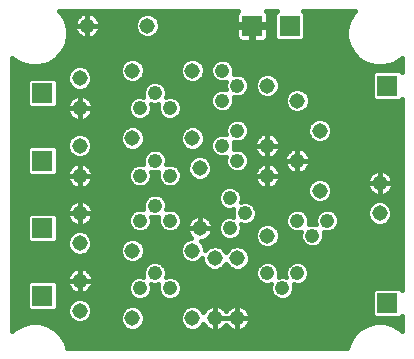
<source format=gtl>
G75*
G70*
%OFA0B0*%
%FSLAX24Y24*%
%IPPOS*%
%LPD*%
%AMOC8*
5,1,8,0,0,1.08239X$1,22.5*
%
%ADD10C,0.0515*%
%ADD11R,0.0709X0.0709*%
%ADD12C,0.0476*%
%ADD13C,0.0160*%
D10*
X002850Y004660D03*
X002850Y005660D03*
X002850Y006910D03*
X002850Y007910D03*
X002850Y009160D03*
X002850Y010160D03*
X002850Y011410D03*
X002850Y012410D03*
X003100Y014160D03*
X004600Y012660D03*
X005100Y014160D03*
X006600Y012660D03*
X006600Y010410D03*
X006850Y009410D03*
X006850Y007410D03*
X006600Y006660D03*
X007350Y006410D03*
X008100Y006410D03*
X009100Y007160D03*
X010850Y008660D03*
X010100Y009660D03*
X010850Y010660D03*
X010100Y011660D03*
X009100Y012160D03*
X009100Y010160D03*
X009100Y009160D03*
X012850Y008910D03*
X012850Y007910D03*
X008100Y004410D03*
X007350Y004410D03*
X006600Y004410D03*
X004600Y004410D03*
X004600Y006660D03*
X004600Y010410D03*
D11*
X001600Y009660D03*
X001600Y007410D03*
X001600Y005160D03*
X001600Y011910D03*
X008600Y014160D03*
X009850Y014160D03*
X013100Y012160D03*
X013100Y004910D03*
D12*
X010600Y007160D03*
X010100Y007660D03*
X011100Y007660D03*
X010100Y005910D03*
X009600Y005410D03*
X009100Y005910D03*
X007850Y007410D03*
X008350Y007910D03*
X007850Y008410D03*
X008100Y009660D03*
X007600Y010160D03*
X008100Y010660D03*
X007600Y011660D03*
X008100Y012160D03*
X007600Y012660D03*
X005850Y011410D03*
X005350Y011910D03*
X004850Y011410D03*
X005350Y009660D03*
X004850Y009160D03*
X005850Y009160D03*
X005350Y008160D03*
X004850Y007660D03*
X005850Y007660D03*
X005350Y005910D03*
X004850Y005410D03*
X005850Y005410D03*
D13*
X002384Y003589D02*
X002432Y003410D01*
X011768Y003410D01*
X011816Y003589D01*
X011962Y003842D01*
X012168Y004048D01*
X012422Y004194D01*
X012704Y004270D01*
X012996Y004270D01*
X013278Y004194D01*
X013532Y004048D01*
X013600Y003980D01*
X013600Y004475D01*
X013521Y004396D01*
X012679Y004396D01*
X012586Y004490D01*
X012586Y005331D01*
X012679Y005425D01*
X013521Y005425D01*
X013600Y005345D01*
X013600Y011725D01*
X013521Y011646D01*
X012679Y011646D01*
X012586Y011740D01*
X012586Y012581D01*
X012679Y012675D01*
X013521Y012675D01*
X013600Y012595D01*
X013600Y013091D01*
X013532Y013022D01*
X013278Y012876D01*
X012996Y012800D01*
X012704Y012800D01*
X012422Y012876D01*
X012168Y013022D01*
X011962Y013229D01*
X011816Y013482D01*
X011740Y013764D01*
X011740Y014056D01*
X011816Y014339D01*
X011962Y014592D01*
X012030Y014660D01*
X010285Y014660D01*
X010364Y014581D01*
X010364Y013740D01*
X010271Y013646D01*
X009429Y013646D01*
X009336Y013740D01*
X009336Y014581D01*
X009415Y014660D01*
X009062Y014660D01*
X009065Y014659D01*
X009098Y014625D01*
X009122Y014584D01*
X009134Y014538D01*
X009134Y014198D01*
X008638Y014198D01*
X008638Y014122D01*
X008638Y013626D01*
X008978Y013626D01*
X009024Y013638D01*
X009065Y013662D01*
X009098Y013695D01*
X009122Y013736D01*
X009134Y013782D01*
X009134Y014122D01*
X008638Y014122D01*
X008562Y014122D01*
X008562Y013626D01*
X008222Y013626D01*
X008176Y013638D01*
X008135Y013662D01*
X008102Y013695D01*
X008078Y013736D01*
X008066Y013782D01*
X008066Y014122D01*
X008562Y014122D01*
X008562Y014198D01*
X008066Y014198D01*
X008066Y014538D01*
X008078Y014584D01*
X008102Y014625D01*
X008135Y014659D01*
X008138Y014660D01*
X002170Y014660D01*
X002238Y014592D01*
X002384Y014339D01*
X002460Y014056D01*
X002460Y013764D01*
X002384Y013482D01*
X002238Y013229D01*
X002032Y013022D01*
X001778Y012876D01*
X001496Y012800D01*
X001204Y012800D01*
X000922Y012876D01*
X000668Y013022D01*
X000600Y013091D01*
X000600Y003980D01*
X000668Y004048D01*
X000922Y004194D01*
X001204Y004270D01*
X001496Y004270D01*
X001778Y004194D01*
X002032Y004048D01*
X002238Y003842D01*
X002384Y003589D01*
X002347Y003654D02*
X011853Y003654D01*
X011791Y003495D02*
X002409Y003495D01*
X002255Y003812D02*
X011945Y003812D01*
X012091Y003971D02*
X002109Y003971D01*
X001891Y004129D02*
X004291Y004129D01*
X004246Y004174D02*
X004183Y004327D01*
X004183Y004493D01*
X004246Y004647D01*
X004364Y004764D01*
X004517Y004828D01*
X004683Y004828D01*
X004836Y004764D01*
X004954Y004647D01*
X005017Y004493D01*
X005017Y004327D01*
X004954Y004174D01*
X004836Y004056D01*
X004683Y003993D01*
X004517Y003993D01*
X004364Y004056D01*
X004246Y004174D01*
X004199Y004288D02*
X003042Y004288D01*
X003086Y004306D02*
X003204Y004424D01*
X003267Y004577D01*
X003267Y004743D01*
X003204Y004897D01*
X003086Y005014D01*
X002933Y005078D01*
X002767Y005078D01*
X002614Y005014D01*
X002496Y004897D01*
X002433Y004743D01*
X002433Y004577D01*
X002496Y004424D01*
X002614Y004306D01*
X002767Y004243D01*
X002933Y004243D01*
X003086Y004306D01*
X003213Y004446D02*
X004183Y004446D01*
X004229Y004605D02*
X003267Y004605D01*
X003259Y004763D02*
X004363Y004763D01*
X004625Y005073D02*
X004513Y005185D01*
X004452Y005331D01*
X004452Y005489D01*
X004513Y005636D01*
X004625Y005747D01*
X004771Y005808D01*
X004929Y005808D01*
X004969Y005792D01*
X004952Y005831D01*
X004952Y005989D01*
X005013Y006136D01*
X005125Y006247D01*
X005271Y006308D01*
X005429Y006308D01*
X005575Y006247D01*
X005687Y006136D01*
X005748Y005989D01*
X005748Y005831D01*
X005731Y005792D01*
X005771Y005808D01*
X005929Y005808D01*
X006075Y005747D01*
X006187Y005636D01*
X006248Y005489D01*
X006248Y005331D01*
X006187Y005185D01*
X006075Y005073D01*
X005929Y005012D01*
X005771Y005012D01*
X005625Y005073D01*
X005513Y005185D01*
X005452Y005331D01*
X005452Y005489D01*
X005469Y005529D01*
X005429Y005512D01*
X005271Y005512D01*
X005231Y005529D01*
X005248Y005489D01*
X005248Y005331D01*
X005187Y005185D01*
X005075Y005073D01*
X004929Y005012D01*
X004771Y005012D01*
X004625Y005073D01*
X004617Y005080D02*
X002114Y005080D01*
X002114Y004922D02*
X002521Y004922D01*
X002441Y004763D02*
X002114Y004763D01*
X002114Y004740D02*
X002021Y004646D01*
X001179Y004646D01*
X001086Y004740D01*
X001086Y005581D01*
X001179Y005675D01*
X002021Y005675D01*
X002114Y005581D01*
X002114Y004740D01*
X002433Y004605D02*
X000600Y004605D01*
X000600Y004763D02*
X001086Y004763D01*
X001086Y004922D02*
X000600Y004922D01*
X000600Y005080D02*
X001086Y005080D01*
X001086Y005239D02*
X000600Y005239D01*
X000600Y005397D02*
X001086Y005397D01*
X001086Y005556D02*
X000600Y005556D01*
X000600Y005714D02*
X002416Y005714D01*
X002413Y005695D02*
X002423Y005763D01*
X002445Y005828D01*
X002476Y005889D01*
X002516Y005945D01*
X002565Y005994D01*
X002621Y006034D01*
X002682Y006066D01*
X002748Y006087D01*
X002816Y006098D01*
X002850Y006098D01*
X002850Y005660D01*
X002850Y005223D01*
X002884Y005223D01*
X002952Y005233D01*
X003018Y005255D01*
X003079Y005286D01*
X003135Y005327D01*
X003184Y005375D01*
X003224Y005431D01*
X003255Y005492D01*
X003277Y005558D01*
X003287Y005626D01*
X003287Y005660D01*
X002850Y005660D01*
X002850Y005660D01*
X002850Y005223D01*
X002816Y005223D01*
X002748Y005233D01*
X002682Y005255D01*
X002621Y005286D01*
X002565Y005327D01*
X002516Y005375D01*
X002476Y005431D01*
X002445Y005492D01*
X002423Y005558D01*
X002413Y005626D01*
X002413Y005660D01*
X002850Y005660D01*
X002850Y005660D01*
X002850Y005660D01*
X002413Y005660D01*
X002413Y005695D01*
X002424Y005556D02*
X002114Y005556D01*
X002114Y005397D02*
X002500Y005397D01*
X002732Y005239D02*
X002114Y005239D01*
X002467Y005873D02*
X000600Y005873D01*
X000600Y006031D02*
X002616Y006031D01*
X002850Y006031D02*
X002850Y006031D01*
X002850Y006098D02*
X002850Y005660D01*
X003287Y005660D01*
X003287Y005695D01*
X003277Y005763D01*
X003255Y005828D01*
X003224Y005889D01*
X003184Y005945D01*
X003135Y005994D01*
X003079Y006034D01*
X003018Y006066D01*
X002952Y006087D01*
X002884Y006098D01*
X002850Y006098D01*
X002850Y005873D02*
X002850Y005873D01*
X002850Y005714D02*
X002850Y005714D01*
X002850Y005660D02*
X002850Y005660D01*
X002850Y005556D02*
X002850Y005556D01*
X002850Y005397D02*
X002850Y005397D01*
X002850Y005239D02*
X002850Y005239D01*
X002968Y005239D02*
X004490Y005239D01*
X004452Y005397D02*
X003200Y005397D01*
X003276Y005556D02*
X004480Y005556D01*
X004591Y005714D02*
X003284Y005714D01*
X003233Y005873D02*
X004952Y005873D01*
X004970Y006031D02*
X003084Y006031D01*
X002933Y006493D02*
X002767Y006493D01*
X002614Y006556D01*
X002496Y006674D01*
X002433Y006827D01*
X002433Y006993D01*
X002496Y007147D01*
X002614Y007264D01*
X002767Y007328D01*
X002933Y007328D01*
X003086Y007264D01*
X003204Y007147D01*
X003267Y006993D01*
X003267Y006827D01*
X003204Y006674D01*
X003086Y006556D01*
X002933Y006493D01*
X002967Y006507D02*
X004212Y006507D01*
X004183Y006577D02*
X004246Y006424D01*
X004364Y006306D01*
X004517Y006243D01*
X004683Y006243D01*
X004836Y006306D01*
X004954Y006424D01*
X005017Y006577D01*
X005017Y006743D01*
X004954Y006897D01*
X004836Y007014D01*
X004683Y007078D01*
X004517Y007078D01*
X004364Y007014D01*
X004246Y006897D01*
X004183Y006743D01*
X004183Y006577D01*
X004183Y006665D02*
X003195Y006665D01*
X003266Y006824D02*
X004216Y006824D01*
X004332Y006982D02*
X003267Y006982D01*
X003206Y007141D02*
X006505Y007141D01*
X006516Y007125D02*
X006564Y007078D01*
X006517Y007078D01*
X006364Y007014D01*
X006246Y006897D01*
X006183Y006743D01*
X006183Y006577D01*
X006246Y006424D01*
X006364Y006306D01*
X006517Y006243D01*
X006683Y006243D01*
X006836Y006306D01*
X006933Y006402D01*
X006933Y006327D01*
X006996Y006174D01*
X007114Y006056D01*
X007267Y005993D01*
X007433Y005993D01*
X007586Y006056D01*
X007704Y006174D01*
X007725Y006225D01*
X007746Y006174D01*
X007864Y006056D01*
X008017Y005993D01*
X008183Y005993D01*
X008336Y006056D01*
X008454Y006174D01*
X008517Y006327D01*
X008517Y006493D01*
X008454Y006647D01*
X008336Y006764D01*
X008183Y006828D01*
X008017Y006828D01*
X007864Y006764D01*
X007746Y006647D01*
X007725Y006596D01*
X007704Y006647D01*
X007586Y006764D01*
X007433Y006828D01*
X007267Y006828D01*
X007114Y006764D01*
X007017Y006668D01*
X007017Y006743D01*
X006954Y006897D01*
X006878Y006973D01*
X006884Y006973D01*
X006952Y006983D01*
X007018Y007005D01*
X007079Y007036D01*
X007135Y007077D01*
X007184Y007125D01*
X007224Y007181D01*
X007255Y007242D01*
X007277Y007308D01*
X007287Y007376D01*
X007287Y007410D01*
X006850Y007410D01*
X006850Y007410D01*
X006413Y007410D01*
X006413Y007376D01*
X006423Y007308D01*
X006445Y007242D01*
X006476Y007181D01*
X006516Y007125D01*
X006426Y007299D02*
X006018Y007299D01*
X006075Y007323D02*
X006187Y007435D01*
X006248Y007581D01*
X006248Y007739D01*
X006187Y007886D01*
X006075Y007997D01*
X005929Y008058D01*
X005771Y008058D01*
X005731Y008042D01*
X005748Y008081D01*
X005748Y008239D01*
X005687Y008386D01*
X005575Y008497D01*
X005429Y008558D01*
X005271Y008558D01*
X005125Y008497D01*
X005013Y008386D01*
X004952Y008239D01*
X004952Y008081D01*
X004969Y008042D01*
X004929Y008058D01*
X004771Y008058D01*
X004625Y007997D01*
X004513Y007886D01*
X004452Y007739D01*
X004452Y007581D01*
X004513Y007435D01*
X004625Y007323D01*
X004771Y007262D01*
X004929Y007262D01*
X005075Y007323D01*
X005187Y007435D01*
X005248Y007581D01*
X005248Y007739D01*
X005231Y007779D01*
X005271Y007762D01*
X005429Y007762D01*
X005469Y007779D01*
X005452Y007739D01*
X005452Y007581D01*
X005513Y007435D01*
X005625Y007323D01*
X005771Y007262D01*
X005929Y007262D01*
X006075Y007323D01*
X006197Y007458D02*
X006415Y007458D01*
X006413Y007445D02*
X006413Y007410D01*
X006850Y007410D01*
X006850Y007410D01*
X007287Y007410D01*
X007287Y007445D01*
X007277Y007513D01*
X007255Y007578D01*
X007224Y007639D01*
X007184Y007695D01*
X007135Y007744D01*
X007079Y007784D01*
X007018Y007816D01*
X006952Y007837D01*
X006884Y007848D01*
X006850Y007848D01*
X006816Y007848D01*
X006748Y007837D01*
X006682Y007816D01*
X006621Y007784D01*
X006565Y007744D01*
X006516Y007695D01*
X006476Y007639D01*
X006445Y007578D01*
X006423Y007513D01*
X006413Y007445D01*
X006464Y007616D02*
X006248Y007616D01*
X006233Y007775D02*
X006607Y007775D01*
X006850Y007775D02*
X006850Y007775D01*
X006850Y007848D02*
X006850Y007410D01*
X006850Y007848D01*
X007093Y007775D02*
X007691Y007775D01*
X007625Y007747D02*
X007771Y007808D01*
X007929Y007808D01*
X007969Y007792D01*
X007952Y007831D01*
X007952Y007989D01*
X007969Y008029D01*
X007929Y008012D01*
X007771Y008012D01*
X007625Y008073D01*
X007513Y008185D01*
X007452Y008331D01*
X007452Y008489D01*
X007513Y008636D01*
X007625Y008747D01*
X007771Y008808D01*
X007929Y008808D01*
X008075Y008747D01*
X008187Y008636D01*
X008248Y008489D01*
X008248Y008331D01*
X008231Y008292D01*
X008271Y008308D01*
X008429Y008308D01*
X008575Y008247D01*
X008687Y008136D01*
X008748Y007989D01*
X008748Y007831D01*
X008687Y007685D01*
X008575Y007573D01*
X008429Y007512D01*
X008271Y007512D01*
X008231Y007529D01*
X008248Y007489D01*
X008248Y007331D01*
X008187Y007185D01*
X008075Y007073D01*
X007929Y007012D01*
X007771Y007012D01*
X007625Y007073D01*
X007513Y007185D01*
X007452Y007331D01*
X007452Y007489D01*
X007513Y007636D01*
X007625Y007747D01*
X007505Y007616D02*
X007236Y007616D01*
X007285Y007458D02*
X007452Y007458D01*
X007465Y007299D02*
X007274Y007299D01*
X007195Y007141D02*
X007557Y007141D01*
X007443Y006824D02*
X008007Y006824D01*
X008193Y006824D02*
X008846Y006824D01*
X008864Y006806D02*
X009017Y006743D01*
X009183Y006743D01*
X009336Y006806D01*
X009454Y006924D01*
X009517Y007077D01*
X009517Y007243D01*
X009454Y007397D01*
X009336Y007514D01*
X009183Y007578D01*
X009017Y007578D01*
X008864Y007514D01*
X008746Y007397D01*
X008683Y007243D01*
X008683Y007077D01*
X008746Y006924D01*
X008864Y006806D01*
X008722Y006982D02*
X006944Y006982D01*
X006984Y006824D02*
X007257Y006824D01*
X007685Y006665D02*
X007765Y006665D01*
X007739Y006190D02*
X007711Y006190D01*
X007526Y006031D02*
X007924Y006031D01*
X008276Y006031D02*
X008720Y006031D01*
X008702Y005989D02*
X008702Y005831D01*
X008763Y005685D01*
X008875Y005573D01*
X009021Y005512D01*
X009179Y005512D01*
X009219Y005529D01*
X009202Y005489D01*
X009202Y005331D01*
X009263Y005185D01*
X009375Y005073D01*
X009521Y005012D01*
X009679Y005012D01*
X009825Y005073D01*
X009937Y005185D01*
X009998Y005331D01*
X009998Y005489D01*
X009981Y005529D01*
X010021Y005512D01*
X010179Y005512D01*
X010325Y005573D01*
X010437Y005685D01*
X010498Y005831D01*
X010498Y005989D01*
X010437Y006136D01*
X010325Y006247D01*
X010179Y006308D01*
X010021Y006308D01*
X009875Y006247D01*
X009763Y006136D01*
X009702Y005989D01*
X009702Y005831D01*
X009719Y005792D01*
X009679Y005808D01*
X009521Y005808D01*
X009481Y005792D01*
X009498Y005831D01*
X009498Y005989D01*
X009437Y006136D01*
X009325Y006247D01*
X009179Y006308D01*
X009021Y006308D01*
X008875Y006247D01*
X008763Y006136D01*
X008702Y005989D01*
X008702Y005873D02*
X005748Y005873D01*
X005730Y006031D02*
X007174Y006031D01*
X006989Y006190D02*
X005633Y006190D01*
X005067Y006190D02*
X000600Y006190D01*
X000600Y006348D02*
X004322Y006348D01*
X004878Y006348D02*
X006322Y006348D01*
X006212Y006507D02*
X004988Y006507D01*
X005017Y006665D02*
X006183Y006665D01*
X006216Y006824D02*
X004984Y006824D01*
X004868Y006982D02*
X006332Y006982D01*
X006850Y007410D02*
X006850Y007410D01*
X006850Y007458D02*
X006850Y007458D01*
X006850Y007616D02*
X006850Y007616D01*
X006140Y007933D02*
X007952Y007933D01*
X007606Y008092D02*
X005748Y008092D01*
X005743Y008250D02*
X007486Y008250D01*
X007452Y008409D02*
X005664Y008409D01*
X005771Y008762D02*
X005625Y008823D01*
X005513Y008935D01*
X005452Y009081D01*
X005452Y009239D01*
X005469Y009279D01*
X005429Y009262D01*
X005271Y009262D01*
X005231Y009279D01*
X005248Y009239D01*
X005248Y009081D01*
X005187Y008935D01*
X005075Y008823D01*
X004929Y008762D01*
X004771Y008762D01*
X004625Y008823D01*
X004513Y008935D01*
X004452Y009081D01*
X004452Y009239D01*
X004513Y009386D01*
X004625Y009497D01*
X004771Y009558D01*
X004929Y009558D01*
X004969Y009542D01*
X004952Y009581D01*
X004952Y009739D01*
X005013Y009886D01*
X005125Y009997D01*
X005271Y010058D01*
X005429Y010058D01*
X005575Y009997D01*
X005687Y009886D01*
X005748Y009739D01*
X005748Y009581D01*
X005731Y009542D01*
X005771Y009558D01*
X005929Y009558D01*
X006075Y009497D01*
X006187Y009386D01*
X006248Y009239D01*
X006248Y009081D01*
X006187Y008935D01*
X006075Y008823D01*
X005929Y008762D01*
X005771Y008762D01*
X005563Y008884D02*
X005137Y008884D01*
X005232Y009043D02*
X005468Y009043D01*
X005452Y009201D02*
X005248Y009201D01*
X004952Y009677D02*
X002114Y009677D01*
X002114Y009835D02*
X002585Y009835D01*
X002614Y009806D02*
X002767Y009743D01*
X002933Y009743D01*
X003086Y009806D01*
X003204Y009924D01*
X003267Y010077D01*
X003267Y010243D01*
X003204Y010397D01*
X003086Y010514D01*
X002933Y010578D01*
X002767Y010578D01*
X002614Y010514D01*
X002496Y010397D01*
X002433Y010243D01*
X002433Y010077D01*
X002496Y009924D01*
X002614Y009806D01*
X002467Y009994D02*
X002114Y009994D01*
X002114Y010081D02*
X002021Y010175D01*
X001179Y010175D01*
X001086Y010081D01*
X001086Y009240D01*
X001179Y009146D01*
X002021Y009146D01*
X002114Y009240D01*
X002114Y010081D01*
X002043Y010152D02*
X002433Y010152D01*
X002460Y010311D02*
X000600Y010311D01*
X000600Y010469D02*
X002569Y010469D01*
X002748Y010983D02*
X002816Y010973D01*
X002850Y010973D01*
X002884Y010973D01*
X002952Y010983D01*
X003018Y011005D01*
X003079Y011036D01*
X003135Y011077D01*
X003184Y011125D01*
X003224Y011181D01*
X003255Y011242D01*
X003277Y011308D01*
X003287Y011376D01*
X003287Y011410D01*
X002850Y011410D01*
X002850Y010973D01*
X002850Y011410D01*
X002850Y011410D01*
X002413Y011410D01*
X002413Y011376D01*
X002423Y011308D01*
X002445Y011242D01*
X002476Y011181D01*
X002516Y011125D01*
X002565Y011077D01*
X002621Y011036D01*
X002682Y011005D01*
X002748Y010983D01*
X002850Y011103D02*
X002850Y011103D01*
X002850Y011262D02*
X002850Y011262D01*
X002850Y011410D02*
X002850Y011410D01*
X002850Y011410D01*
X002413Y011410D01*
X002413Y011445D01*
X002423Y011513D01*
X002445Y011578D01*
X002476Y011639D01*
X002516Y011695D01*
X002565Y011744D01*
X002621Y011784D01*
X002682Y011816D01*
X002748Y011837D01*
X002816Y011848D01*
X002850Y011848D01*
X002850Y011410D01*
X003287Y011410D01*
X003287Y011445D01*
X003277Y011513D01*
X003255Y011578D01*
X003224Y011639D01*
X003184Y011695D01*
X003135Y011744D01*
X003079Y011784D01*
X003018Y011816D01*
X002952Y011837D01*
X002884Y011848D01*
X002850Y011848D01*
X002850Y011410D01*
X002850Y011410D01*
X002850Y011420D02*
X002850Y011420D01*
X002850Y011579D02*
X002850Y011579D01*
X002850Y011737D02*
X002850Y011737D01*
X002767Y011993D02*
X002933Y011993D01*
X003086Y012056D01*
X003204Y012174D01*
X003267Y012327D01*
X003267Y012493D01*
X003204Y012647D01*
X003086Y012764D01*
X002933Y012828D01*
X002767Y012828D01*
X002614Y012764D01*
X002496Y012647D01*
X002433Y012493D01*
X002433Y012327D01*
X002496Y012174D01*
X002614Y012056D01*
X002767Y011993D01*
X002618Y012054D02*
X002114Y012054D01*
X002114Y011896D02*
X004952Y011896D01*
X004952Y011831D02*
X004969Y011792D01*
X004929Y011808D01*
X004771Y011808D01*
X004625Y011747D01*
X004513Y011636D01*
X004452Y011489D01*
X004452Y011331D01*
X004513Y011185D01*
X004625Y011073D01*
X004771Y011012D01*
X004929Y011012D01*
X005075Y011073D01*
X005187Y011185D01*
X005248Y011331D01*
X005248Y011489D01*
X005231Y011529D01*
X005271Y011512D01*
X005429Y011512D01*
X005469Y011529D01*
X005452Y011489D01*
X005452Y011331D01*
X005513Y011185D01*
X005625Y011073D01*
X005771Y011012D01*
X005929Y011012D01*
X006075Y011073D01*
X006187Y011185D01*
X006248Y011331D01*
X006248Y011489D01*
X006187Y011636D01*
X006075Y011747D01*
X005929Y011808D01*
X005771Y011808D01*
X005731Y011792D01*
X005748Y011831D01*
X005748Y011989D01*
X005687Y012136D01*
X005575Y012247D01*
X005429Y012308D01*
X005271Y012308D01*
X005125Y012247D01*
X005013Y012136D01*
X004952Y011989D01*
X004952Y011831D01*
X004979Y012054D02*
X003082Y012054D01*
X003220Y012213D02*
X005090Y012213D01*
X004901Y012371D02*
X006299Y012371D01*
X006246Y012424D02*
X006364Y012306D01*
X006517Y012243D01*
X006683Y012243D01*
X006836Y012306D01*
X006954Y012424D01*
X007017Y012577D01*
X007017Y012743D01*
X006954Y012897D01*
X006836Y013014D01*
X006683Y013078D01*
X006517Y013078D01*
X006364Y013014D01*
X006246Y012897D01*
X006183Y012743D01*
X006183Y012577D01*
X006246Y012424D01*
X006202Y012530D02*
X004998Y012530D01*
X005017Y012577D02*
X004954Y012424D01*
X004836Y012306D01*
X004683Y012243D01*
X004517Y012243D01*
X004364Y012306D01*
X004246Y012424D01*
X004183Y012577D01*
X004183Y012743D01*
X004246Y012897D01*
X004364Y013014D01*
X004517Y013078D01*
X004683Y013078D01*
X004836Y013014D01*
X004954Y012897D01*
X005017Y012743D01*
X005017Y012577D01*
X005017Y012688D02*
X006183Y012688D01*
X006225Y012847D02*
X004975Y012847D01*
X004845Y013005D02*
X006355Y013005D01*
X006845Y013005D02*
X007393Y013005D01*
X007375Y012997D02*
X007521Y013058D01*
X007679Y013058D01*
X007825Y012997D01*
X007937Y012886D01*
X007998Y012739D01*
X007998Y012581D01*
X007981Y012542D01*
X008021Y012558D01*
X008179Y012558D01*
X008325Y012497D01*
X008437Y012386D01*
X008498Y012239D01*
X008498Y012081D01*
X008437Y011935D01*
X008325Y011823D01*
X008179Y011762D01*
X008021Y011762D01*
X007981Y011779D01*
X007998Y011739D01*
X007998Y011581D01*
X007937Y011435D01*
X007825Y011323D01*
X007679Y011262D01*
X007521Y011262D01*
X007375Y011323D01*
X007263Y011435D01*
X007202Y011581D01*
X007202Y011739D01*
X007263Y011886D01*
X007375Y011997D01*
X007521Y012058D01*
X007679Y012058D01*
X007719Y012042D01*
X007702Y012081D01*
X007702Y012239D01*
X007719Y012279D01*
X007679Y012262D01*
X007521Y012262D01*
X007375Y012323D01*
X007263Y012435D01*
X007202Y012581D01*
X007202Y012739D01*
X007263Y012886D01*
X007375Y012997D01*
X007247Y012847D02*
X006975Y012847D01*
X007017Y012688D02*
X007202Y012688D01*
X007223Y012530D02*
X006998Y012530D01*
X006901Y012371D02*
X007326Y012371D01*
X007512Y012054D02*
X005721Y012054D01*
X005748Y011896D02*
X007273Y011896D01*
X007202Y011737D02*
X006086Y011737D01*
X006211Y011579D02*
X007203Y011579D01*
X007277Y011420D02*
X006248Y011420D01*
X006219Y011262D02*
X009971Y011262D01*
X010017Y011243D02*
X010183Y011243D01*
X010336Y011306D01*
X010454Y011424D01*
X010517Y011577D01*
X010517Y011743D01*
X010454Y011897D01*
X010336Y012014D01*
X010183Y012078D01*
X010017Y012078D01*
X009864Y012014D01*
X009746Y011897D01*
X009683Y011743D01*
X009683Y011577D01*
X009746Y011424D01*
X009864Y011306D01*
X010017Y011243D01*
X010229Y011262D02*
X013600Y011262D01*
X013600Y011420D02*
X010450Y011420D01*
X010517Y011579D02*
X013600Y011579D01*
X013600Y011103D02*
X006106Y011103D01*
X006364Y010764D02*
X006246Y010647D01*
X006183Y010493D01*
X006183Y010327D01*
X006246Y010174D01*
X006364Y010056D01*
X006517Y009993D01*
X006683Y009993D01*
X006836Y010056D01*
X006954Y010174D01*
X007017Y010327D01*
X007017Y010493D01*
X006954Y010647D01*
X006836Y010764D01*
X006683Y010828D01*
X006517Y010828D01*
X006364Y010764D01*
X006417Y010786D02*
X004783Y010786D01*
X004836Y010764D02*
X004954Y010647D01*
X005017Y010493D01*
X005017Y010327D01*
X004954Y010174D01*
X004836Y010056D01*
X004683Y009993D01*
X004517Y009993D01*
X004364Y010056D01*
X004246Y010174D01*
X004183Y010327D01*
X004183Y010493D01*
X004246Y010647D01*
X004364Y010764D01*
X004517Y010828D01*
X004683Y010828D01*
X004836Y010764D01*
X004962Y010628D02*
X006238Y010628D01*
X006183Y010469D02*
X005017Y010469D01*
X005011Y010311D02*
X006189Y010311D01*
X006268Y010152D02*
X004932Y010152D01*
X005121Y009994D02*
X004685Y009994D01*
X004515Y009994D02*
X003233Y009994D01*
X003267Y010152D02*
X004268Y010152D01*
X004189Y010311D02*
X003240Y010311D01*
X003131Y010469D02*
X004183Y010469D01*
X004238Y010628D02*
X000600Y010628D01*
X000600Y010786D02*
X004417Y010786D01*
X004594Y011103D02*
X003162Y011103D01*
X003262Y011262D02*
X004481Y011262D01*
X004452Y011420D02*
X003287Y011420D01*
X003255Y011579D02*
X004489Y011579D01*
X004614Y011737D02*
X003142Y011737D01*
X002558Y011737D02*
X002114Y011737D01*
X002114Y011579D02*
X002445Y011579D01*
X002413Y011420D02*
X002045Y011420D01*
X002021Y011396D02*
X002114Y011490D01*
X002114Y012331D01*
X002021Y012425D01*
X001179Y012425D01*
X001086Y012331D01*
X001086Y011490D01*
X001179Y011396D01*
X002021Y011396D01*
X002438Y011262D02*
X000600Y011262D01*
X000600Y011420D02*
X001155Y011420D01*
X001086Y011579D02*
X000600Y011579D01*
X000600Y011737D02*
X001086Y011737D01*
X001086Y011896D02*
X000600Y011896D01*
X000600Y012054D02*
X001086Y012054D01*
X001086Y012213D02*
X000600Y012213D01*
X000600Y012371D02*
X001126Y012371D01*
X001031Y012847D02*
X000600Y012847D01*
X000600Y013005D02*
X000698Y013005D01*
X000600Y012688D02*
X002538Y012688D01*
X002448Y012530D02*
X000600Y012530D01*
X001669Y012847D02*
X004225Y012847D01*
X004183Y012688D02*
X003162Y012688D01*
X003252Y012530D02*
X004202Y012530D01*
X004299Y012371D02*
X003267Y012371D01*
X002480Y012213D02*
X002114Y012213D01*
X002074Y012371D02*
X002433Y012371D01*
X002002Y013005D02*
X004355Y013005D01*
X004864Y013806D02*
X005017Y013743D01*
X005183Y013743D01*
X005336Y013806D01*
X005454Y013924D01*
X005517Y014077D01*
X005517Y014243D01*
X005454Y014397D01*
X005336Y014514D01*
X005183Y014578D01*
X005017Y014578D01*
X004864Y014514D01*
X004746Y014397D01*
X004683Y014243D01*
X004683Y014077D01*
X004746Y013924D01*
X004864Y013806D01*
X004884Y013798D02*
X003345Y013798D01*
X003329Y013786D02*
X003385Y013827D01*
X003434Y013875D01*
X003474Y013931D01*
X003505Y013992D01*
X003527Y014058D01*
X003537Y014126D01*
X003537Y014160D01*
X003100Y014160D01*
X003100Y013723D01*
X003134Y013723D01*
X003202Y013733D01*
X003268Y013755D01*
X003329Y013786D01*
X003487Y013956D02*
X004733Y013956D01*
X004683Y014115D02*
X003536Y014115D01*
X003537Y014160D02*
X003537Y014195D01*
X003527Y014263D01*
X003505Y014328D01*
X003474Y014389D01*
X003434Y014445D01*
X003385Y014494D01*
X003329Y014534D01*
X003268Y014566D01*
X003202Y014587D01*
X003134Y014598D01*
X003100Y014598D01*
X003066Y014598D01*
X002998Y014587D01*
X002932Y014566D01*
X002871Y014534D01*
X002815Y014494D01*
X002766Y014445D01*
X002726Y014389D01*
X002695Y014328D01*
X002673Y014263D01*
X002663Y014195D01*
X002663Y014160D01*
X002663Y014126D01*
X002673Y014058D01*
X002695Y013992D01*
X002726Y013931D01*
X002766Y013875D01*
X002815Y013827D01*
X002871Y013786D01*
X002932Y013755D01*
X002998Y013733D01*
X003066Y013723D01*
X003100Y013723D01*
X003100Y014160D01*
X003100Y014160D01*
X003100Y014160D01*
X002663Y014160D01*
X003100Y014160D01*
X003100Y014160D01*
X003537Y014160D01*
X003523Y014273D02*
X004695Y014273D01*
X004781Y014432D02*
X003443Y014432D01*
X003182Y014590D02*
X008082Y014590D01*
X008066Y014432D02*
X005419Y014432D01*
X005505Y014273D02*
X008066Y014273D01*
X008066Y014115D02*
X005517Y014115D01*
X005467Y013956D02*
X008066Y013956D01*
X008066Y013798D02*
X005316Y013798D01*
X005610Y012213D02*
X007702Y012213D01*
X007688Y012054D02*
X007713Y012054D01*
X007998Y011737D02*
X009683Y011737D01*
X009683Y011579D02*
X007997Y011579D01*
X007923Y011420D02*
X009750Y011420D01*
X009746Y011896D02*
X009426Y011896D01*
X009454Y011924D02*
X009517Y012077D01*
X009517Y012243D01*
X009454Y012397D01*
X009336Y012514D01*
X009183Y012578D01*
X009017Y012578D01*
X008864Y012514D01*
X008746Y012397D01*
X008683Y012243D01*
X008683Y012077D01*
X008746Y011924D01*
X008864Y011806D01*
X009017Y011743D01*
X009183Y011743D01*
X009336Y011806D01*
X009454Y011924D01*
X009508Y012054D02*
X009960Y012054D01*
X010240Y012054D02*
X012586Y012054D01*
X012586Y011896D02*
X010454Y011896D01*
X010517Y011737D02*
X012588Y011737D01*
X012586Y012213D02*
X009517Y012213D01*
X009464Y012371D02*
X012586Y012371D01*
X012586Y012530D02*
X009299Y012530D01*
X008901Y012530D02*
X008247Y012530D01*
X008443Y012371D02*
X008736Y012371D01*
X008683Y012213D02*
X008498Y012213D01*
X008487Y012054D02*
X008692Y012054D01*
X008774Y011896D02*
X008398Y011896D01*
X008179Y011058D02*
X008021Y011058D01*
X007875Y010997D01*
X007763Y010886D01*
X007702Y010739D01*
X007702Y010581D01*
X007719Y010542D01*
X007679Y010558D01*
X007521Y010558D01*
X007375Y010497D01*
X007263Y010386D01*
X007202Y010239D01*
X007202Y010081D01*
X007263Y009935D01*
X007375Y009823D01*
X007521Y009762D01*
X007679Y009762D01*
X007719Y009779D01*
X007702Y009739D01*
X007702Y009581D01*
X007763Y009435D01*
X007875Y009323D01*
X008021Y009262D01*
X008179Y009262D01*
X008325Y009323D01*
X008437Y009435D01*
X008498Y009581D01*
X008498Y009739D01*
X008437Y009886D01*
X008325Y009997D01*
X008179Y010058D01*
X008021Y010058D01*
X007981Y010042D01*
X007998Y010081D01*
X007998Y010239D01*
X007981Y010279D01*
X008021Y010262D01*
X008179Y010262D01*
X008325Y010323D01*
X008437Y010435D01*
X008498Y010581D01*
X008498Y010739D01*
X008437Y010886D01*
X008325Y010997D01*
X008179Y011058D01*
X008378Y010945D02*
X010544Y010945D01*
X010496Y010897D02*
X010433Y010743D01*
X010433Y010577D01*
X010496Y010424D01*
X010614Y010306D01*
X010767Y010243D01*
X010933Y010243D01*
X011086Y010306D01*
X011204Y010424D01*
X011267Y010577D01*
X011267Y010743D01*
X011204Y010897D01*
X011086Y011014D01*
X010933Y011078D01*
X010767Y011078D01*
X010614Y011014D01*
X010496Y010897D01*
X010450Y010786D02*
X008478Y010786D01*
X008498Y010628D02*
X010433Y010628D01*
X010477Y010469D02*
X009410Y010469D01*
X009434Y010445D02*
X009385Y010494D01*
X009329Y010534D01*
X009268Y010566D01*
X009202Y010587D01*
X009134Y010598D01*
X009100Y010598D01*
X009066Y010598D01*
X008998Y010587D01*
X008932Y010566D01*
X008871Y010534D01*
X008815Y010494D01*
X008766Y010445D01*
X008726Y010389D01*
X008695Y010328D01*
X008673Y010263D01*
X008663Y010195D01*
X008663Y010160D01*
X008663Y010126D01*
X008673Y010058D01*
X008695Y009992D01*
X008726Y009931D01*
X008766Y009875D01*
X008815Y009827D01*
X008871Y009786D01*
X008932Y009755D01*
X008998Y009733D01*
X009066Y009723D01*
X009100Y009723D01*
X009134Y009723D01*
X009202Y009733D01*
X009268Y009755D01*
X009329Y009786D01*
X009385Y009827D01*
X009434Y009875D01*
X009474Y009931D01*
X009505Y009992D01*
X009527Y010058D01*
X009537Y010126D01*
X009537Y010160D01*
X009100Y010160D01*
X009100Y009723D01*
X009100Y010160D01*
X009100Y010160D01*
X008663Y010160D01*
X009100Y010160D01*
X009100Y010160D01*
X009100Y010160D01*
X009537Y010160D01*
X009537Y010195D01*
X009527Y010263D01*
X009505Y010328D01*
X009474Y010389D01*
X009434Y010445D01*
X009511Y010311D02*
X010609Y010311D01*
X010385Y009994D02*
X010329Y010034D01*
X010268Y010066D01*
X010202Y010087D01*
X010134Y010098D01*
X010100Y010098D01*
X010066Y010098D01*
X009998Y010087D01*
X009932Y010066D01*
X009871Y010034D01*
X009815Y009994D01*
X009766Y009945D01*
X009726Y009889D01*
X009695Y009828D01*
X009673Y009763D01*
X009663Y009695D01*
X009663Y009660D01*
X009663Y009626D01*
X009673Y009558D01*
X009695Y009492D01*
X009726Y009431D01*
X009766Y009375D01*
X009815Y009327D01*
X009871Y009286D01*
X009932Y009255D01*
X009998Y009233D01*
X010066Y009223D01*
X010100Y009223D01*
X010134Y009223D01*
X010202Y009233D01*
X010268Y009255D01*
X010329Y009286D01*
X010385Y009327D01*
X010434Y009375D01*
X010474Y009431D01*
X010505Y009492D01*
X010527Y009558D01*
X010537Y009626D01*
X010537Y009660D01*
X010100Y009660D01*
X010100Y009223D01*
X010100Y009660D01*
X010100Y009660D01*
X009663Y009660D01*
X010100Y009660D01*
X010100Y009660D01*
X010100Y009660D01*
X010537Y009660D01*
X010537Y009695D01*
X010527Y009763D01*
X010505Y009828D01*
X010474Y009889D01*
X010434Y009945D01*
X010385Y009994D01*
X013600Y009994D01*
X013600Y010152D02*
X009537Y010152D01*
X009506Y009994D02*
X009815Y009994D01*
X009698Y009835D02*
X009394Y009835D01*
X009100Y009835D02*
X009100Y009835D01*
X009100Y009994D02*
X009100Y009994D01*
X009100Y010152D02*
X009100Y010152D01*
X009100Y010160D02*
X009100Y010598D01*
X009100Y010160D01*
X009100Y010160D01*
X009100Y010311D02*
X009100Y010311D01*
X009100Y010469D02*
X009100Y010469D01*
X008790Y010469D02*
X008451Y010469D01*
X008296Y010311D02*
X008689Y010311D01*
X008663Y010152D02*
X007998Y010152D01*
X008329Y009994D02*
X008694Y009994D01*
X008806Y009835D02*
X008458Y009835D01*
X008498Y009677D02*
X009663Y009677D01*
X009686Y009518D02*
X009352Y009518D01*
X009329Y009534D02*
X009268Y009566D01*
X009202Y009587D01*
X009134Y009598D01*
X009100Y009598D01*
X009066Y009598D01*
X008998Y009587D01*
X008932Y009566D01*
X008871Y009534D01*
X008815Y009494D01*
X008766Y009445D01*
X008726Y009389D01*
X008695Y009328D01*
X008673Y009263D01*
X008663Y009195D01*
X008663Y009160D01*
X008663Y009126D01*
X008673Y009058D01*
X008695Y008992D01*
X008726Y008931D01*
X008766Y008875D01*
X008815Y008827D01*
X008871Y008786D01*
X008932Y008755D01*
X008998Y008733D01*
X009066Y008723D01*
X009100Y008723D01*
X009134Y008723D01*
X009202Y008733D01*
X009268Y008755D01*
X009329Y008786D01*
X009385Y008827D01*
X009434Y008875D01*
X009474Y008931D01*
X009505Y008992D01*
X009527Y009058D01*
X009537Y009126D01*
X009537Y009160D01*
X009100Y009160D01*
X009100Y008723D01*
X009100Y009160D01*
X009100Y009160D01*
X008663Y009160D01*
X009100Y009160D01*
X009100Y009160D01*
X009100Y009160D01*
X009537Y009160D01*
X009537Y009195D01*
X009527Y009263D01*
X009505Y009328D01*
X009474Y009389D01*
X009434Y009445D01*
X009385Y009494D01*
X009329Y009534D01*
X009100Y009518D02*
X009100Y009518D01*
X009100Y009598D02*
X009100Y009160D01*
X009100Y009598D01*
X009100Y009360D02*
X009100Y009360D01*
X009100Y009201D02*
X009100Y009201D01*
X009100Y009160D02*
X009100Y009160D01*
X009100Y009043D02*
X009100Y009043D01*
X009100Y008884D02*
X009100Y008884D01*
X009100Y008726D02*
X009100Y008726D01*
X009153Y008726D02*
X010433Y008726D01*
X010433Y008743D02*
X010433Y008577D01*
X010496Y008424D01*
X010614Y008306D01*
X010767Y008243D01*
X010933Y008243D01*
X011086Y008306D01*
X011204Y008424D01*
X011267Y008577D01*
X011267Y008743D01*
X011204Y008897D01*
X011086Y009014D01*
X010933Y009078D01*
X010767Y009078D01*
X010614Y009014D01*
X010496Y008897D01*
X010433Y008743D01*
X010491Y008884D02*
X009440Y008884D01*
X009522Y009043D02*
X010683Y009043D01*
X011017Y009043D02*
X012433Y009043D01*
X012423Y009013D02*
X012413Y008945D01*
X012413Y008910D01*
X012413Y008876D01*
X012423Y008808D01*
X012445Y008742D01*
X012476Y008681D01*
X012516Y008625D01*
X012565Y008577D01*
X012621Y008536D01*
X012682Y008505D01*
X012748Y008483D01*
X012816Y008473D01*
X012850Y008473D01*
X012884Y008473D01*
X012952Y008483D01*
X013018Y008505D01*
X013079Y008536D01*
X013135Y008577D01*
X013184Y008625D01*
X013224Y008681D01*
X013255Y008742D01*
X013277Y008808D01*
X013287Y008876D01*
X013287Y008910D01*
X012850Y008910D01*
X012850Y008473D01*
X012850Y008910D01*
X012850Y008910D01*
X012413Y008910D01*
X012850Y008910D01*
X012850Y008910D01*
X012850Y008910D01*
X013287Y008910D01*
X013287Y008945D01*
X013277Y009013D01*
X013255Y009078D01*
X013224Y009139D01*
X013184Y009195D01*
X013135Y009244D01*
X013079Y009284D01*
X013018Y009316D01*
X012952Y009337D01*
X012884Y009348D01*
X012850Y009348D01*
X012816Y009348D01*
X012748Y009337D01*
X012682Y009316D01*
X012621Y009284D01*
X012565Y009244D01*
X012516Y009195D01*
X012476Y009139D01*
X012445Y009078D01*
X012423Y009013D01*
X012413Y008884D02*
X011209Y008884D01*
X011267Y008726D02*
X012453Y008726D01*
X012578Y008567D02*
X011263Y008567D01*
X011189Y008409D02*
X013600Y008409D01*
X013600Y008567D02*
X013122Y008567D01*
X013247Y008726D02*
X013600Y008726D01*
X013600Y008884D02*
X013287Y008884D01*
X013267Y009043D02*
X013600Y009043D01*
X013600Y009201D02*
X013178Y009201D01*
X012850Y009201D02*
X012850Y009201D01*
X012850Y009348D02*
X012850Y008910D01*
X012850Y009348D01*
X012850Y009043D02*
X012850Y009043D01*
X012850Y008910D02*
X012850Y008910D01*
X012850Y008884D02*
X012850Y008884D01*
X012850Y008726D02*
X012850Y008726D01*
X012850Y008567D02*
X012850Y008567D01*
X012933Y008328D02*
X012767Y008328D01*
X012614Y008264D01*
X012496Y008147D01*
X012433Y007993D01*
X012433Y007827D01*
X012496Y007674D01*
X012614Y007556D01*
X012767Y007493D01*
X012933Y007493D01*
X013086Y007556D01*
X013204Y007674D01*
X013267Y007827D01*
X013267Y007993D01*
X013204Y008147D01*
X013086Y008264D01*
X012933Y008328D01*
X013100Y008250D02*
X013600Y008250D01*
X013600Y008092D02*
X013227Y008092D01*
X013267Y007933D02*
X013600Y007933D01*
X013600Y007775D02*
X013246Y007775D01*
X013146Y007616D02*
X013600Y007616D01*
X013600Y007458D02*
X011447Y007458D01*
X011437Y007435D02*
X011498Y007581D01*
X011498Y007739D01*
X011437Y007886D01*
X011325Y007997D01*
X011179Y008058D01*
X011021Y008058D01*
X010875Y007997D01*
X010763Y007886D01*
X010702Y007739D01*
X010702Y007581D01*
X010719Y007542D01*
X010679Y007558D01*
X010521Y007558D01*
X010481Y007542D01*
X010498Y007581D01*
X010498Y007739D01*
X010437Y007886D01*
X010325Y007997D01*
X010179Y008058D01*
X010021Y008058D01*
X009875Y007997D01*
X009763Y007886D01*
X009702Y007739D01*
X009702Y007581D01*
X009763Y007435D01*
X009875Y007323D01*
X010021Y007262D01*
X010179Y007262D01*
X010219Y007279D01*
X010202Y007239D01*
X010202Y007081D01*
X010263Y006935D01*
X010375Y006823D01*
X010521Y006762D01*
X010679Y006762D01*
X010825Y006823D01*
X010937Y006935D01*
X010998Y007081D01*
X010998Y007239D01*
X010981Y007279D01*
X011021Y007262D01*
X011179Y007262D01*
X011325Y007323D01*
X011437Y007435D01*
X011498Y007616D02*
X012554Y007616D01*
X012454Y007775D02*
X011483Y007775D01*
X011390Y007933D02*
X012433Y007933D01*
X012473Y008092D02*
X008705Y008092D01*
X008569Y008250D02*
X010749Y008250D01*
X010511Y008409D02*
X008248Y008409D01*
X008216Y008567D02*
X010437Y008567D01*
X010951Y008250D02*
X012600Y008250D01*
X012522Y009201D02*
X009536Y009201D01*
X009489Y009360D02*
X009782Y009360D01*
X010100Y009360D02*
X010100Y009360D01*
X010100Y009518D02*
X010100Y009518D01*
X010100Y009660D02*
X010100Y010098D01*
X010100Y009660D01*
X010100Y009660D01*
X010100Y009677D02*
X010100Y009677D01*
X010100Y009835D02*
X010100Y009835D01*
X010100Y009994D02*
X010100Y009994D01*
X010502Y009835D02*
X013600Y009835D01*
X013600Y009677D02*
X010537Y009677D01*
X010514Y009518D02*
X013600Y009518D01*
X013600Y009360D02*
X010418Y009360D01*
X011091Y010311D02*
X013600Y010311D01*
X013600Y010469D02*
X011223Y010469D01*
X011267Y010628D02*
X013600Y010628D01*
X013600Y010786D02*
X011250Y010786D01*
X011156Y010945D02*
X013600Y010945D01*
X013600Y012688D02*
X007998Y012688D01*
X007953Y012847D02*
X012531Y012847D01*
X012198Y013005D02*
X007807Y013005D01*
X008174Y013639D02*
X002426Y013639D01*
X002460Y013798D02*
X002855Y013798D01*
X002713Y013956D02*
X002460Y013956D01*
X002444Y014115D02*
X002664Y014115D01*
X002677Y014273D02*
X002402Y014273D01*
X002331Y014432D02*
X002757Y014432D01*
X003018Y014590D02*
X002239Y014590D01*
X003100Y014590D02*
X003100Y014590D01*
X003100Y014598D02*
X003100Y014160D01*
X003100Y014160D01*
X003100Y014598D01*
X003100Y014432D02*
X003100Y014432D01*
X003100Y014273D02*
X003100Y014273D01*
X003100Y014115D02*
X003100Y014115D01*
X003100Y013956D02*
X003100Y013956D01*
X003100Y013798D02*
X003100Y013798D01*
X002384Y013481D02*
X011816Y013481D01*
X011774Y013639D02*
X009026Y013639D01*
X009134Y013798D02*
X009336Y013798D01*
X009336Y013956D02*
X009134Y013956D01*
X009134Y014115D02*
X009336Y014115D01*
X009336Y014273D02*
X009134Y014273D01*
X009134Y014432D02*
X009336Y014432D01*
X009345Y014590D02*
X009118Y014590D01*
X008638Y014115D02*
X008562Y014115D01*
X008562Y013956D02*
X008638Y013956D01*
X008638Y013798D02*
X008562Y013798D01*
X008562Y013639D02*
X008638Y013639D01*
X010355Y014590D02*
X011961Y014590D01*
X011869Y014432D02*
X010364Y014432D01*
X010364Y014273D02*
X011798Y014273D01*
X011756Y014115D02*
X010364Y014115D01*
X010364Y013956D02*
X011740Y013956D01*
X011740Y013798D02*
X010364Y013798D01*
X011908Y013322D02*
X002292Y013322D01*
X002173Y013164D02*
X012027Y013164D01*
X013169Y012847D02*
X013600Y012847D01*
X013600Y013005D02*
X013502Y013005D01*
X009047Y008726D02*
X008097Y008726D01*
X007603Y008726D02*
X002903Y008726D01*
X002884Y008723D02*
X002952Y008733D01*
X003018Y008755D01*
X003079Y008786D01*
X003135Y008827D01*
X003184Y008875D01*
X003224Y008931D01*
X003255Y008992D01*
X003277Y009058D01*
X003287Y009126D01*
X003287Y009160D01*
X002850Y009160D01*
X002850Y008723D01*
X002884Y008723D01*
X002850Y008723D02*
X002850Y009160D01*
X002850Y009160D01*
X002413Y009160D01*
X002413Y009126D01*
X002423Y009058D01*
X002445Y008992D01*
X002476Y008931D01*
X002516Y008875D01*
X002565Y008827D01*
X002621Y008786D01*
X002682Y008755D01*
X002748Y008733D01*
X002816Y008723D01*
X002850Y008723D01*
X002850Y008726D02*
X002850Y008726D01*
X002797Y008726D02*
X000600Y008726D01*
X000600Y008884D02*
X002510Y008884D01*
X002428Y009043D02*
X000600Y009043D01*
X000600Y009201D02*
X001124Y009201D01*
X001086Y009360D02*
X000600Y009360D01*
X000600Y009518D02*
X001086Y009518D01*
X001086Y009677D02*
X000600Y009677D01*
X000600Y009835D02*
X001086Y009835D01*
X001086Y009994D02*
X000600Y009994D01*
X000600Y010152D02*
X001157Y010152D01*
X000600Y010945D02*
X007822Y010945D01*
X007722Y010786D02*
X006783Y010786D01*
X006962Y010628D02*
X007702Y010628D01*
X007346Y010469D02*
X007017Y010469D01*
X007011Y010311D02*
X007232Y010311D01*
X007202Y010152D02*
X006932Y010152D01*
X006685Y009994D02*
X007238Y009994D01*
X007362Y009835D02*
X005708Y009835D01*
X005748Y009677D02*
X006526Y009677D01*
X006496Y009647D02*
X006433Y009493D01*
X006433Y009327D01*
X006496Y009174D01*
X006614Y009056D01*
X006767Y008993D01*
X006933Y008993D01*
X007086Y009056D01*
X007204Y009174D01*
X007267Y009327D01*
X007267Y009493D01*
X007204Y009647D01*
X007086Y009764D01*
X006933Y009828D01*
X006767Y009828D01*
X006614Y009764D01*
X006496Y009647D01*
X006443Y009518D02*
X006025Y009518D01*
X006198Y009360D02*
X006433Y009360D01*
X006485Y009201D02*
X006248Y009201D01*
X006232Y009043D02*
X006646Y009043D01*
X007054Y009043D02*
X008678Y009043D01*
X008664Y009201D02*
X007215Y009201D01*
X007267Y009360D02*
X007838Y009360D01*
X007728Y009518D02*
X007257Y009518D01*
X007174Y009677D02*
X007702Y009677D01*
X008362Y009360D02*
X008711Y009360D01*
X008848Y009518D02*
X008472Y009518D01*
X008760Y008884D02*
X006137Y008884D01*
X006515Y009994D02*
X005579Y009994D01*
X004992Y009835D02*
X003115Y009835D01*
X003018Y009566D02*
X002952Y009587D01*
X002884Y009598D01*
X002850Y009598D01*
X002816Y009598D01*
X002748Y009587D01*
X002682Y009566D01*
X002621Y009534D01*
X002565Y009494D01*
X002516Y009445D01*
X002476Y009389D01*
X002445Y009328D01*
X002423Y009263D01*
X002413Y009195D01*
X002413Y009160D01*
X002850Y009160D01*
X002850Y009160D01*
X002850Y009160D01*
X003287Y009160D01*
X003287Y009195D01*
X003277Y009263D01*
X003255Y009328D01*
X003224Y009389D01*
X003184Y009445D01*
X003135Y009494D01*
X003079Y009534D01*
X003018Y009566D01*
X003102Y009518D02*
X004675Y009518D01*
X004502Y009360D02*
X003239Y009360D01*
X003286Y009201D02*
X004452Y009201D01*
X004468Y009043D02*
X003272Y009043D01*
X003190Y008884D02*
X004563Y008884D01*
X005036Y008409D02*
X000600Y008409D01*
X000600Y008567D02*
X007484Y008567D01*
X008248Y007458D02*
X008807Y007458D01*
X008706Y007299D02*
X008235Y007299D01*
X008143Y007141D02*
X008683Y007141D01*
X008619Y007616D02*
X009702Y007616D01*
X009717Y007775D02*
X008724Y007775D01*
X008748Y007933D02*
X009810Y007933D01*
X009753Y007458D02*
X009393Y007458D01*
X009494Y007299D02*
X009932Y007299D01*
X010202Y007141D02*
X009517Y007141D01*
X009478Y006982D02*
X010243Y006982D01*
X010374Y006824D02*
X009354Y006824D01*
X009383Y006190D02*
X009817Y006190D01*
X009720Y006031D02*
X009480Y006031D01*
X009498Y005873D02*
X009702Y005873D01*
X009998Y005397D02*
X012652Y005397D01*
X012586Y005239D02*
X009960Y005239D01*
X009833Y005080D02*
X012586Y005080D01*
X012586Y004922D02*
X003179Y004922D01*
X002658Y004288D02*
X000600Y004288D01*
X000600Y004446D02*
X002487Y004446D01*
X000809Y004129D02*
X000600Y004129D01*
X000600Y006507D02*
X002733Y006507D01*
X002505Y006665D02*
X000600Y006665D01*
X000600Y006824D02*
X002434Y006824D01*
X002433Y006982D02*
X002107Y006982D01*
X002114Y006990D02*
X002021Y006896D01*
X001179Y006896D01*
X001086Y006990D01*
X001086Y007831D01*
X001179Y007925D01*
X002021Y007925D01*
X002114Y007831D01*
X002114Y006990D01*
X002114Y007141D02*
X002494Y007141D01*
X002698Y007299D02*
X002114Y007299D01*
X002114Y007458D02*
X004503Y007458D01*
X004452Y007616D02*
X003175Y007616D01*
X003184Y007625D02*
X003224Y007681D01*
X003255Y007742D01*
X003277Y007808D01*
X003287Y007876D01*
X003287Y007910D01*
X002850Y007910D01*
X002850Y007473D01*
X002884Y007473D01*
X002952Y007483D01*
X003018Y007505D01*
X003079Y007536D01*
X003135Y007577D01*
X003184Y007625D01*
X003266Y007775D02*
X004467Y007775D01*
X004560Y007933D02*
X003287Y007933D01*
X003287Y007945D02*
X003287Y007910D01*
X002850Y007910D01*
X002850Y007910D01*
X002850Y007473D01*
X002816Y007473D01*
X002748Y007483D01*
X002682Y007505D01*
X002621Y007536D01*
X002565Y007577D01*
X002516Y007625D01*
X002476Y007681D01*
X002445Y007742D01*
X002423Y007808D01*
X002413Y007876D01*
X002413Y007910D01*
X002850Y007910D01*
X002850Y007910D01*
X002850Y007910D01*
X002413Y007910D01*
X002413Y007945D01*
X002423Y008013D01*
X002445Y008078D01*
X002476Y008139D01*
X002516Y008195D01*
X002565Y008244D01*
X002621Y008284D01*
X002682Y008316D01*
X002748Y008337D01*
X002816Y008348D01*
X002850Y008348D01*
X002850Y007910D01*
X002850Y007910D01*
X002850Y008348D01*
X002884Y008348D01*
X002952Y008337D01*
X003018Y008316D01*
X003079Y008284D01*
X003135Y008244D01*
X003184Y008195D01*
X003224Y008139D01*
X003255Y008078D01*
X003277Y008013D01*
X003287Y007945D01*
X003249Y008092D02*
X004952Y008092D01*
X004957Y008250D02*
X003126Y008250D01*
X002850Y008250D02*
X002850Y008250D01*
X002850Y008092D02*
X002850Y008092D01*
X002850Y007933D02*
X002850Y007933D01*
X002850Y007775D02*
X002850Y007775D01*
X002850Y007616D02*
X002850Y007616D01*
X003002Y007299D02*
X004682Y007299D01*
X005018Y007299D02*
X005682Y007299D01*
X005503Y007458D02*
X005197Y007458D01*
X005248Y007616D02*
X005452Y007616D01*
X005459Y007775D02*
X005467Y007775D01*
X005241Y007775D02*
X005233Y007775D01*
X006878Y006348D02*
X006933Y006348D01*
X006109Y005714D02*
X008751Y005714D01*
X008916Y005556D02*
X006220Y005556D01*
X006248Y005397D02*
X009202Y005397D01*
X009240Y005239D02*
X006210Y005239D01*
X006083Y005080D02*
X009367Y005080D01*
X008505Y004578D02*
X008527Y004513D01*
X008537Y004445D01*
X008537Y004410D01*
X008100Y004410D01*
X008100Y003973D01*
X008134Y003973D01*
X008202Y003983D01*
X008268Y004005D01*
X008329Y004036D01*
X008385Y004077D01*
X008434Y004125D01*
X008474Y004181D01*
X008505Y004242D01*
X008527Y004308D01*
X008537Y004376D01*
X008537Y004410D01*
X008100Y004410D01*
X008100Y004410D01*
X008100Y003973D01*
X008066Y003973D01*
X007998Y003983D01*
X007932Y004005D01*
X007871Y004036D01*
X007815Y004077D01*
X007766Y004125D01*
X007726Y004181D01*
X007725Y004183D01*
X007724Y004181D01*
X007684Y004125D01*
X007635Y004077D01*
X007579Y004036D01*
X007518Y004005D01*
X007452Y003983D01*
X007384Y003973D01*
X007350Y003973D01*
X007350Y004410D01*
X007350Y004410D01*
X007350Y003973D01*
X007316Y003973D01*
X007248Y003983D01*
X007182Y004005D01*
X007121Y004036D01*
X007065Y004077D01*
X007016Y004125D01*
X006976Y004181D01*
X006965Y004201D01*
X006954Y004174D01*
X006836Y004056D01*
X006683Y003993D01*
X006517Y003993D01*
X006364Y004056D01*
X006246Y004174D01*
X006183Y004327D01*
X006183Y004493D01*
X006246Y004647D01*
X006364Y004764D01*
X006517Y004828D01*
X006683Y004828D01*
X006836Y004764D01*
X006954Y004647D01*
X006965Y004619D01*
X006976Y004639D01*
X007016Y004695D01*
X007065Y004744D01*
X007121Y004784D01*
X007182Y004816D01*
X007248Y004837D01*
X007316Y004848D01*
X007350Y004848D01*
X007350Y004410D01*
X007350Y004410D01*
X007787Y004410D01*
X008100Y004410D01*
X008100Y004410D01*
X008100Y004410D01*
X007350Y004410D01*
X007350Y004410D01*
X007350Y004848D01*
X007384Y004848D01*
X007452Y004837D01*
X007518Y004816D01*
X007579Y004784D01*
X007635Y004744D01*
X007684Y004695D01*
X007724Y004639D01*
X007725Y004638D01*
X007726Y004639D01*
X007766Y004695D01*
X007815Y004744D01*
X007871Y004784D01*
X007932Y004816D01*
X007998Y004837D01*
X008066Y004848D01*
X008100Y004848D01*
X008100Y004410D01*
X008100Y004410D01*
X008100Y004848D01*
X008134Y004848D01*
X008202Y004837D01*
X008268Y004816D01*
X008329Y004784D01*
X008385Y004744D01*
X008434Y004695D01*
X008474Y004639D01*
X008505Y004578D01*
X008492Y004605D02*
X012586Y004605D01*
X012586Y004763D02*
X008358Y004763D01*
X008100Y004763D02*
X008100Y004763D01*
X008100Y004605D02*
X008100Y004605D01*
X008100Y004446D02*
X008100Y004446D01*
X008100Y004288D02*
X008100Y004288D01*
X008100Y004129D02*
X008100Y004129D01*
X008437Y004129D02*
X012309Y004129D01*
X012629Y004446D02*
X008537Y004446D01*
X008520Y004288D02*
X013600Y004288D01*
X013600Y004446D02*
X013571Y004446D01*
X013600Y004129D02*
X013391Y004129D01*
X013548Y005397D02*
X013600Y005397D01*
X013600Y005556D02*
X010284Y005556D01*
X010449Y005714D02*
X013600Y005714D01*
X013600Y005873D02*
X010498Y005873D01*
X010480Y006031D02*
X013600Y006031D01*
X013600Y006190D02*
X010383Y006190D01*
X010826Y006824D02*
X013600Y006824D01*
X013600Y006982D02*
X010957Y006982D01*
X010998Y007141D02*
X013600Y007141D01*
X013600Y007299D02*
X011268Y007299D01*
X010702Y007616D02*
X010498Y007616D01*
X010483Y007775D02*
X010717Y007775D01*
X010810Y007933D02*
X010390Y007933D01*
X008817Y006190D02*
X008461Y006190D01*
X008517Y006348D02*
X013600Y006348D01*
X013600Y006507D02*
X008512Y006507D01*
X008435Y006665D02*
X013600Y006665D01*
X007842Y004763D02*
X007608Y004763D01*
X007350Y004763D02*
X007350Y004763D01*
X007350Y004605D02*
X007350Y004605D01*
X007350Y004446D02*
X007350Y004446D01*
X007350Y004288D02*
X007350Y004288D01*
X007350Y004129D02*
X007350Y004129D01*
X007013Y004129D02*
X006909Y004129D01*
X006291Y004129D02*
X004909Y004129D01*
X005001Y004288D02*
X006199Y004288D01*
X006183Y004446D02*
X005017Y004446D01*
X004971Y004605D02*
X006229Y004605D01*
X006363Y004763D02*
X004837Y004763D01*
X005083Y005080D02*
X005617Y005080D01*
X005490Y005239D02*
X005210Y005239D01*
X005248Y005397D02*
X005452Y005397D01*
X006837Y004763D02*
X007092Y004763D01*
X007687Y004129D02*
X007763Y004129D01*
X002850Y008884D02*
X002850Y008884D01*
X002850Y009043D02*
X002850Y009043D01*
X002850Y009160D02*
X002850Y009598D01*
X002850Y009160D01*
X002850Y009160D01*
X002850Y009201D02*
X002850Y009201D01*
X002850Y009360D02*
X002850Y009360D01*
X002850Y009518D02*
X002850Y009518D01*
X002598Y009518D02*
X002114Y009518D01*
X002114Y009360D02*
X002461Y009360D01*
X002414Y009201D02*
X002076Y009201D01*
X002574Y008250D02*
X000600Y008250D01*
X000600Y008092D02*
X002451Y008092D01*
X002413Y007933D02*
X000600Y007933D01*
X000600Y007775D02*
X001086Y007775D01*
X001086Y007616D02*
X000600Y007616D01*
X000600Y007458D02*
X001086Y007458D01*
X001086Y007299D02*
X000600Y007299D01*
X000600Y007141D02*
X001086Y007141D01*
X001093Y006982D02*
X000600Y006982D01*
X002114Y007616D02*
X002525Y007616D01*
X002434Y007775D02*
X002114Y007775D01*
X002538Y011103D02*
X000600Y011103D01*
X005106Y011103D02*
X005594Y011103D01*
X005481Y011262D02*
X005219Y011262D01*
X005248Y011420D02*
X005452Y011420D01*
M02*

</source>
